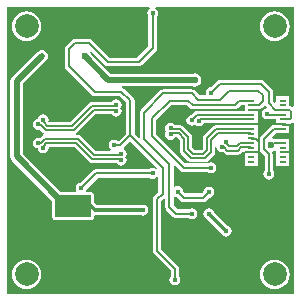
<source format=gtl>
G04*
G04 #@! TF.GenerationSoftware,Altium Limited,Altium Designer,19.1.1 (5)*
G04*
G04 Layer_Physical_Order=1*
G04 Layer_Color=255*
%FSLAX25Y25*%
%MOIN*%
G70*
G01*
G75*
%ADD12R,0.02480X0.00906*%
%ADD15C,0.01181*%
%ADD16C,0.00787*%
%ADD17C,0.00591*%
%ADD18C,0.01968*%
%ADD19C,0.07874*%
%ADD20C,0.01575*%
%ADD21C,0.02362*%
G36*
X48992Y96504D02*
X48611Y96249D01*
X48216Y95658D01*
X48077Y94961D01*
X48216Y94263D01*
X48478Y93870D01*
Y83943D01*
X44657Y80122D01*
X35628D01*
X29706Y86044D01*
X29245Y86352D01*
X28701Y86460D01*
X24134D01*
X23590Y86352D01*
X23129Y86044D01*
X21082Y83997D01*
X20774Y83536D01*
X20666Y82992D01*
Y77378D01*
X20774Y76834D01*
X21082Y76373D01*
X29633Y67822D01*
X30094Y67514D01*
X30638Y67406D01*
X38908D01*
X41028Y65285D01*
Y54809D01*
X38566Y52347D01*
X38208D01*
X37815Y52610D01*
X37117Y52748D01*
X36420Y52610D01*
X35829Y52215D01*
X35434Y51623D01*
X35295Y50926D01*
X35434Y50229D01*
X35829Y49637D01*
X35937Y49565D01*
X35785Y49065D01*
X30953D01*
X25927Y54091D01*
X25498Y54377D01*
X24993Y54478D01*
X24522D01*
X24370Y54978D01*
X24549Y55098D01*
X30859Y61408D01*
X36221D01*
X36462Y61046D01*
X37053Y60651D01*
X37751Y60512D01*
X38448Y60651D01*
X39040Y61046D01*
X39435Y61637D01*
X39573Y62334D01*
X39435Y63032D01*
X39177Y63417D01*
X39435Y63802D01*
X39573Y64500D01*
X39435Y65197D01*
X39040Y65788D01*
X38448Y66184D01*
X37751Y66322D01*
X37053Y66184D01*
X36462Y65788D01*
X36221Y65427D01*
X29741D01*
X29236Y65326D01*
X28808Y65040D01*
X22498Y58730D01*
X15508D01*
X15149Y59143D01*
X15201Y59401D01*
X15062Y60099D01*
X14667Y60690D01*
X14076Y61085D01*
X13378Y61224D01*
X12681Y61085D01*
X12090Y60690D01*
X11694Y60099D01*
X11604Y59644D01*
X11150Y59554D01*
X10559Y59159D01*
X10163Y58568D01*
X10025Y57870D01*
X10163Y57173D01*
X10559Y56581D01*
X11150Y56186D01*
X11847Y56048D01*
X12274Y56133D01*
X13309Y55098D01*
X13577Y54919D01*
X13485Y54391D01*
X13418Y54377D01*
X12989Y54091D01*
X12274Y53375D01*
X11847Y53460D01*
X11150Y53321D01*
X10559Y52926D01*
X10163Y52335D01*
X10025Y51638D01*
X10163Y50940D01*
X10559Y50349D01*
X11150Y49954D01*
X11604Y49864D01*
X11694Y49409D01*
X12090Y48818D01*
X12681Y48423D01*
X13378Y48284D01*
X14076Y48423D01*
X14667Y48818D01*
X15062Y49409D01*
X15201Y50107D01*
X15489Y50459D01*
X23875D01*
X28901Y45432D01*
X29330Y45146D01*
X29835Y45046D01*
X37899D01*
X38140Y44684D01*
X38732Y44289D01*
X39429Y44150D01*
X40126Y44289D01*
X40718Y44684D01*
X41113Y45275D01*
X41251Y45972D01*
X41113Y46670D01*
X40855Y47055D01*
X41113Y47440D01*
X41251Y48138D01*
X41113Y48835D01*
X40718Y49426D01*
X40509Y49566D01*
X40447Y50209D01*
X42449Y52211D01*
X51304Y43356D01*
X50985Y42968D01*
X50597Y43227D01*
X49899Y43366D01*
X49202Y43227D01*
X48809Y42964D01*
X30992D01*
X30992Y42964D01*
X30448Y42856D01*
X29987Y42548D01*
X25877Y38437D01*
X25413Y38345D01*
X24822Y37950D01*
X24427Y37359D01*
X24288Y36661D01*
X24427Y35964D01*
X24510Y35838D01*
X24275Y35397D01*
X19212D01*
X6572Y48037D01*
Y71388D01*
X14431Y79247D01*
X14869Y79903D01*
X15023Y80677D01*
X14869Y81451D01*
X14431Y82108D01*
X13774Y82546D01*
X13000Y82700D01*
X12226Y82546D01*
X11569Y82108D01*
X3119Y73657D01*
X2680Y73001D01*
X2526Y72226D01*
Y47199D01*
X2680Y46425D01*
X3119Y45768D01*
X16469Y32418D01*
Y27055D01*
X16546Y26665D01*
X16767Y26334D01*
X17098Y26113D01*
X17488Y26035D01*
X29457D01*
X29847Y26113D01*
X30178Y26334D01*
X30399Y26665D01*
X30476Y27055D01*
Y27526D01*
X30661Y27678D01*
X45793D01*
X45886Y27615D01*
X46583Y27477D01*
X47280Y27615D01*
X47872Y28011D01*
X48267Y28602D01*
X48405Y29299D01*
X48267Y29997D01*
X47872Y30588D01*
X47280Y30983D01*
X46583Y31122D01*
X45886Y30983D01*
X45793Y30921D01*
X31333D01*
X30476Y31778D01*
Y34378D01*
X30399Y34768D01*
X30178Y35099D01*
X29847Y35320D01*
X29457Y35397D01*
X27946D01*
X27710Y35838D01*
X27794Y35964D01*
X27886Y36428D01*
X31581Y40122D01*
X48809D01*
X49202Y39860D01*
X49899Y39721D01*
X50597Y39860D01*
X51188Y40255D01*
X51315Y40445D01*
X51815Y40293D01*
Y35400D01*
X50334Y33918D01*
X50026Y33457D01*
X49918Y32913D01*
Y15827D01*
X50026Y15283D01*
X50334Y14822D01*
X55921Y9235D01*
Y7201D01*
X55658Y6807D01*
X55519Y6110D01*
X55658Y5412D01*
X56053Y4821D01*
X56644Y4426D01*
X57342Y4287D01*
X58039Y4426D01*
X58630Y4821D01*
X59025Y5412D01*
X59164Y6110D01*
X59025Y6807D01*
X58763Y7201D01*
Y9824D01*
X58654Y10368D01*
X58346Y10829D01*
X52760Y16415D01*
Y32325D01*
X53637Y33202D01*
X54099Y33011D01*
Y30402D01*
X54207Y29858D01*
X54515Y29397D01*
X56798Y27113D01*
X57259Y26805D01*
X57803Y26697D01*
X61948D01*
X62342Y26434D01*
X63039Y26296D01*
X63736Y26434D01*
X64328Y26829D01*
X64723Y27421D01*
X64861Y28118D01*
X64723Y28815D01*
X64328Y29407D01*
X63736Y29802D01*
X63039Y29941D01*
X62342Y29802D01*
X61948Y29539D01*
X58392D01*
X56941Y30990D01*
Y33679D01*
X57382Y33915D01*
X57499Y33836D01*
X57963Y33744D01*
X59239Y32468D01*
X59700Y32160D01*
X60244Y32051D01*
X66819D01*
X67363Y32160D01*
X67824Y32468D01*
X68864Y33507D01*
X69327Y33600D01*
X69919Y33995D01*
X70314Y34586D01*
X70452Y35283D01*
X70314Y35981D01*
X69919Y36572D01*
X69327Y36967D01*
X68630Y37106D01*
X67932Y36967D01*
X67341Y36572D01*
X66946Y35981D01*
X66854Y35517D01*
X66230Y34893D01*
X60833D01*
X59973Y35753D01*
X59881Y36217D01*
X59486Y36808D01*
X58894Y37203D01*
X58197Y37342D01*
X57499Y37203D01*
X57382Y37125D01*
X56941Y37360D01*
Y44040D01*
X57441Y44247D01*
X59241Y42447D01*
X59702Y42138D01*
X60246Y42030D01*
X68255D01*
X68648Y41768D01*
X69345Y41629D01*
X70043Y41768D01*
X70634Y42163D01*
X71029Y42754D01*
X71168Y43451D01*
X71029Y44149D01*
X70634Y44740D01*
X70043Y45135D01*
X69345Y45274D01*
X68648Y45135D01*
X68255Y44872D01*
X60835D01*
X50996Y54712D01*
Y59301D01*
X56128Y64434D01*
X61177D01*
X62317Y63294D01*
X62778Y62986D01*
X63322Y62878D01*
X77251D01*
X77795Y62986D01*
X78256Y63294D01*
X79396Y64434D01*
X80543D01*
Y63083D01*
X80543Y62827D01*
X80482Y62352D01*
X64771D01*
X64266Y62251D01*
X63837Y61965D01*
X62904Y61032D01*
X62263Y60904D01*
X61672Y60509D01*
X61277Y59918D01*
X61138Y59221D01*
X61277Y58523D01*
X61672Y57932D01*
X62263Y57537D01*
X62961Y57398D01*
X63658Y57537D01*
X64009Y57771D01*
X64033Y57734D01*
X64625Y57339D01*
X65322Y57201D01*
X66019Y57339D01*
X66611Y57734D01*
X67006Y58326D01*
X67007Y58333D01*
X80120D01*
X80331Y57980D01*
X80120Y57628D01*
X70991D01*
X70486Y57527D01*
X70058Y57241D01*
X67033Y54217D01*
X66747Y53788D01*
X66647Y53283D01*
Y49774D01*
X66272Y49399D01*
X63888D01*
X63086Y50201D01*
Y53703D01*
X62986Y54208D01*
X62699Y54637D01*
X60095Y57241D01*
X59667Y57527D01*
X59161Y57628D01*
X57404D01*
X57163Y57990D01*
X56571Y58385D01*
X55874Y58523D01*
X55177Y58385D01*
X54585Y57990D01*
X54190Y57398D01*
X54052Y56701D01*
X54190Y56003D01*
X54448Y55618D01*
X54190Y55233D01*
X54052Y54536D01*
X54190Y53838D01*
X54585Y53247D01*
X55177Y52852D01*
X55874Y52713D01*
X56571Y52852D01*
X57163Y53247D01*
X57404Y53609D01*
X58043D01*
X59067Y52585D01*
Y49083D01*
X59167Y48578D01*
X59454Y48149D01*
X61836Y45767D01*
X62264Y45481D01*
X62770Y45380D01*
X67390D01*
X67895Y45481D01*
X68323Y45767D01*
X70279Y47723D01*
X70565Y48151D01*
X70666Y48656D01*
Y50337D01*
X71166Y50387D01*
X71285Y49787D01*
X71680Y49196D01*
X72272Y48801D01*
X72969Y48662D01*
X73396Y48747D01*
X73900Y48242D01*
X74329Y47956D01*
X74834Y47856D01*
X78461D01*
X78967Y47956D01*
X79395Y48242D01*
X79990Y48837D01*
X80494Y48782D01*
X80543Y48410D01*
X80543Y48154D01*
Y43929D01*
X85023D01*
Y48154D01*
X85023Y48410D01*
X85023Y48910D01*
Y53134D01*
X85023D01*
Y53378D01*
X85023D01*
Y57602D01*
X85023Y57859D01*
X85023Y58359D01*
X85023Y62432D01*
X85158Y62694D01*
X85396Y62889D01*
X85787Y62967D01*
X86248Y63275D01*
X87028Y64054D01*
X87447Y64013D01*
X87595Y63915D01*
X87867Y63643D01*
X87703Y63100D01*
X87428Y63046D01*
X86836Y62650D01*
X86441Y62059D01*
X86303Y61362D01*
X86441Y60664D01*
X86836Y60073D01*
X87428Y59678D01*
X88125Y59539D01*
X88823Y59678D01*
X88868Y59709D01*
X90977D01*
Y58359D01*
X90977Y58102D01*
X90676Y57726D01*
X90363D01*
X89857Y57626D01*
X89429Y57340D01*
X85984Y53895D01*
X85698Y53467D01*
X85597Y52961D01*
Y49549D01*
X85698Y49044D01*
X85984Y48616D01*
X87249Y47350D01*
Y42588D01*
X86887Y42044D01*
X86748Y41347D01*
X86887Y40649D01*
X87282Y40058D01*
X87873Y39663D01*
X88570Y39524D01*
X89268Y39663D01*
X89859Y40058D01*
X90254Y40649D01*
X90393Y41347D01*
X90254Y42044D01*
X89891Y42588D01*
Y47897D01*
X89790Y48403D01*
X89788Y48407D01*
X90018Y48963D01*
X90347Y49028D01*
X90536Y49155D01*
X90977Y48919D01*
X90977Y48654D01*
X90977Y48154D01*
Y43929D01*
X95457D01*
Y48154D01*
X95457Y48410D01*
X95457Y48910D01*
Y53134D01*
X90977D01*
Y53102D01*
X90520D01*
X90427Y53083D01*
X90347Y53137D01*
X89781Y53250D01*
X89617Y53792D01*
X90565Y54741D01*
X90977Y54953D01*
X95457D01*
X95457Y57699D01*
X95560Y57945D01*
X95828Y58171D01*
X96182Y58242D01*
X96504Y58457D01*
X97004Y58259D01*
Y1421D01*
X1421D01*
Y97004D01*
X48840D01*
X48992Y96504D01*
D02*
G37*
G36*
X97004Y63911D02*
X96504Y63762D01*
X96123Y64017D01*
X95579Y64126D01*
X95457D01*
Y67308D01*
X90977D01*
Y65206D01*
X90515Y65014D01*
X89991Y65538D01*
Y68682D01*
X89883Y69226D01*
X89575Y69687D01*
X86869Y72393D01*
X86408Y72701D01*
X85864Y72809D01*
X72325D01*
X71781Y72701D01*
X71320Y72393D01*
X69222Y70295D01*
X68759Y70203D01*
X68168Y69808D01*
X67772Y69217D01*
X67634Y68520D01*
X67730Y68034D01*
X67409Y67534D01*
X65554D01*
X63887Y69202D01*
X63426Y69510D01*
X62882Y69618D01*
X53512D01*
X52968Y69510D01*
X52507Y69202D01*
X46129Y62824D01*
X45821Y62363D01*
X45713Y61819D01*
Y53673D01*
X45213Y53466D01*
X43870Y54809D01*
Y65874D01*
X43762Y66418D01*
X43454Y66879D01*
X40501Y69832D01*
X40040Y70140D01*
X39789Y70189D01*
X39838Y70689D01*
X62976D01*
X63023Y70658D01*
X63874Y70489D01*
X64725Y70658D01*
X65447Y71140D01*
X65929Y71862D01*
X66098Y72713D01*
X65929Y73564D01*
X65447Y74285D01*
X64725Y74767D01*
X63874Y74936D01*
X63023Y74767D01*
X62976Y74736D01*
X36033D01*
X29384Y81384D01*
X29373Y81440D01*
X28950Y82074D01*
X29338Y82392D01*
X34035Y77696D01*
X34496Y77388D01*
X35039Y77280D01*
X45246D01*
X45790Y77388D01*
X46251Y77696D01*
X50904Y82349D01*
X51212Y82810D01*
X51320Y83354D01*
Y93870D01*
X51583Y94263D01*
X51722Y94961D01*
X51583Y95658D01*
X51188Y96249D01*
X50806Y96504D01*
X50958Y97004D01*
X97004D01*
Y63911D01*
D02*
G37*
G36*
X29457Y27055D02*
X17488D01*
Y34378D01*
X29457D01*
Y27055D01*
D02*
G37*
%LPC*%
G36*
X7874Y95531D02*
X6585Y95361D01*
X5384Y94864D01*
X4353Y94072D01*
X3562Y93041D01*
X3064Y91840D01*
X2894Y90551D01*
X3064Y89262D01*
X3562Y88061D01*
X4353Y87030D01*
X5384Y86239D01*
X6585Y85741D01*
X7874Y85572D01*
X9163Y85741D01*
X10364Y86239D01*
X11395Y87030D01*
X12186Y88061D01*
X12684Y89262D01*
X12854Y90551D01*
X12684Y91840D01*
X12186Y93041D01*
X11395Y94072D01*
X10364Y94864D01*
X9163Y95361D01*
X7874Y95531D01*
D02*
G37*
G36*
X68630Y29941D02*
X67932Y29802D01*
X67341Y29407D01*
X66946Y28815D01*
X66808Y28118D01*
X66946Y27421D01*
X67341Y26829D01*
X67932Y26434D01*
X68042Y26413D01*
X72709Y21746D01*
X72730Y21641D01*
X73125Y21050D01*
X73716Y20655D01*
X74413Y20516D01*
X75111Y20655D01*
X75702Y21050D01*
X76097Y21641D01*
X76236Y22338D01*
X76097Y23036D01*
X75702Y23627D01*
X75111Y24022D01*
X74997Y24045D01*
X70335Y28706D01*
X70314Y28815D01*
X69919Y29407D01*
X69327Y29802D01*
X68630Y29941D01*
D02*
G37*
G36*
X90551Y12854D02*
X89262Y12684D01*
X88061Y12186D01*
X87030Y11395D01*
X86239Y10364D01*
X85741Y9163D01*
X85572Y7874D01*
X85741Y6585D01*
X86239Y5384D01*
X87030Y4353D01*
X88061Y3562D01*
X89262Y3064D01*
X90551Y2894D01*
X91840Y3064D01*
X93041Y3562D01*
X94072Y4353D01*
X94864Y5384D01*
X95361Y6585D01*
X95531Y7874D01*
X95361Y9163D01*
X94864Y10364D01*
X94072Y11395D01*
X93041Y12186D01*
X91840Y12684D01*
X90551Y12854D01*
D02*
G37*
G36*
X7874D02*
X6585Y12684D01*
X5384Y12186D01*
X4353Y11395D01*
X3562Y10364D01*
X3064Y9163D01*
X2894Y7874D01*
X3064Y6585D01*
X3562Y5384D01*
X4353Y4353D01*
X5384Y3562D01*
X6585Y3064D01*
X7874Y2894D01*
X9163Y3064D01*
X10364Y3562D01*
X11395Y4353D01*
X12186Y5384D01*
X12684Y6585D01*
X12854Y7874D01*
X12684Y9163D01*
X12186Y10364D01*
X11395Y11395D01*
X10364Y12186D01*
X9163Y12684D01*
X7874Y12854D01*
D02*
G37*
G36*
X90551Y95531D02*
X89262Y95361D01*
X88061Y94864D01*
X87030Y94072D01*
X86239Y93041D01*
X85741Y91840D01*
X85572Y90551D01*
X85741Y89262D01*
X86239Y88061D01*
X87030Y87030D01*
X88061Y86239D01*
X89262Y85741D01*
X90551Y85572D01*
X91840Y85741D01*
X93041Y86239D01*
X94072Y87030D01*
X94864Y88061D01*
X95361Y89262D01*
X95531Y90551D01*
X95361Y91840D01*
X94864Y93041D01*
X94072Y94072D01*
X93041Y94864D01*
X91840Y95361D01*
X90551Y95531D01*
D02*
G37*
%LPD*%
D12*
X93217Y43807D02*
D03*
X82783D02*
D03*
X93217Y45382D02*
D03*
X82783D02*
D03*
X93217Y46957D02*
D03*
X82783D02*
D03*
X93217Y48532D02*
D03*
X82783D02*
D03*
X93217Y50107D02*
D03*
X82783D02*
D03*
X93217Y51681D02*
D03*
X82783D02*
D03*
X93217Y53256D02*
D03*
X82783D02*
D03*
X93217Y54831D02*
D03*
X82783D02*
D03*
X93217Y56406D02*
D03*
X82783D02*
D03*
X93217Y57981D02*
D03*
X82783D02*
D03*
X93217Y59555D02*
D03*
X82783D02*
D03*
X93217Y61130D02*
D03*
X82783D02*
D03*
X93217Y62705D02*
D03*
X82783D02*
D03*
X93217Y64280D02*
D03*
X82783D02*
D03*
X93217Y65855D02*
D03*
X82783D02*
D03*
D15*
X68630Y28118D02*
X74444Y22304D01*
X27669Y32291D02*
X30661Y29299D01*
X46583D01*
D16*
X88570Y64950D02*
Y68682D01*
X85864Y71388D02*
X88570Y68682D01*
X72325Y71388D02*
X85864D01*
X69456Y68520D02*
X72325Y71388D01*
X77251Y64299D02*
X78807Y65855D01*
X63322Y64299D02*
X77251D01*
X61765Y65855D02*
X63322Y64299D01*
X72215Y66113D02*
X75205Y69102D01*
X64966Y66113D02*
X72215D01*
X62882Y68197D02*
X64966Y66113D01*
X39154Y50926D02*
X42449Y54220D01*
X37117Y50926D02*
X39154D01*
X89496Y51083D02*
X89922D01*
X90520Y51681D01*
X93217D01*
X45246Y78701D02*
X49899Y83354D01*
Y94961D01*
X35039Y78701D02*
X45246D01*
X28701Y85039D02*
X35039Y78701D01*
X24134Y85039D02*
X28701D01*
X22087Y82992D02*
X24134Y85039D01*
X22087Y77378D02*
Y82992D01*
Y77378D02*
X30638Y68827D01*
X57342Y6110D02*
Y9824D01*
X51339Y15827D02*
X57342Y9824D01*
X51339Y15827D02*
Y32913D01*
X55843Y54505D02*
X56025Y54686D01*
X49575Y54123D02*
X60246Y43451D01*
X69345D01*
X49575Y54123D02*
Y59890D01*
X55540Y65855D01*
X61765D01*
X82782Y50106D02*
X82783Y50107D01*
X39278Y47987D02*
X39429Y48138D01*
X39278Y46123D02*
X39429Y45972D01*
X30992Y41543D02*
X49899D01*
X26110Y36661D02*
X30992Y41543D01*
X51339Y32913D02*
X53236Y34811D01*
Y43433D01*
X42449Y54220D02*
X53236Y43433D01*
X55520Y30402D02*
Y44722D01*
X47134Y53108D02*
X55520Y44722D01*
X47134Y53108D02*
Y61819D01*
X42449Y54220D02*
Y65874D01*
X39496Y68827D02*
X42449Y65874D01*
X30638Y68827D02*
X39496D01*
X57803Y28118D02*
X63039D01*
X55520Y30402D02*
X57803Y28118D01*
X47134Y61819D02*
X53512Y68197D01*
X62882D01*
X78807Y65855D02*
X82783D01*
X75205Y69102D02*
X85047D01*
X86583Y67567D01*
Y65619D02*
Y67567D01*
X85244Y64280D02*
X86583Y65619D01*
X82783Y64280D02*
X85244D01*
X88570Y64950D02*
X90796Y62724D01*
X93198D01*
X93217Y62705D01*
X95579D02*
X96099Y62184D01*
X93217Y62705D02*
X95579D01*
X96099Y60016D02*
Y62184D01*
X95638Y59555D02*
X96099Y60016D01*
X93217Y59555D02*
X95638D01*
X88125Y61362D02*
X88338D01*
X88570Y61130D01*
X93217D01*
X66819Y33472D02*
X68630Y35283D01*
X60244Y33472D02*
X66819D01*
X58197Y35520D02*
X60244Y33472D01*
D17*
X96025Y54123D02*
Y57148D01*
Y49896D02*
Y52450D01*
Y49896D02*
X96039Y49882D01*
Y49393D02*
Y49882D01*
X95336Y48689D02*
X96039Y49393D01*
X93375Y48689D02*
X95336D01*
X93217Y48532D02*
X93375Y48689D01*
X82783Y48532D02*
X85050D01*
X85396Y48878D01*
Y52183D01*
X84481Y53098D02*
X85396Y52183D01*
X82941Y53098D02*
X84481D01*
X82783Y53256D02*
X82941Y53098D01*
X88570Y41347D02*
Y47897D01*
X86918Y49549D02*
X88570Y47897D01*
X86918Y49549D02*
Y52961D01*
X90363Y56406D01*
X93217D01*
X74500Y52016D02*
X74688Y51827D01*
Y51271D02*
X75405Y50554D01*
X74688Y51271D02*
Y51827D01*
X87604Y57981D02*
X93217D01*
X82783D02*
X87604D01*
X78461Y57945D02*
X78932D01*
X78968Y57981D01*
X82783D01*
X65668Y59653D02*
X82684D01*
X64771Y61031D02*
X82684D01*
X62961Y59221D02*
X64771Y61031D01*
X65668Y59635D02*
Y59653D01*
X65322Y59289D02*
X65668Y59635D01*
X70991Y56307D02*
X82684D01*
X71562Y54929D02*
X82684D01*
X69345Y52712D02*
X71562Y54929D01*
X67967Y53283D02*
X70991Y56307D01*
X75017Y45972D02*
X78093D01*
X80652Y48532D01*
X82783D01*
X95343Y57830D02*
X96025Y57148D01*
X93368Y57830D02*
X95343D01*
X93217Y57981D02*
X93368Y57830D01*
X85877Y59708D02*
X87604Y57981D01*
X85877Y59708D02*
Y62087D01*
X85260Y62705D02*
X85877Y62087D01*
X82783Y62705D02*
X85260D01*
X30312Y62728D02*
X37091D01*
X23616Y56032D02*
X30312Y62728D01*
X12035Y57682D02*
X12592D01*
X11847Y57870D02*
X12035Y57682D01*
X14243Y56032D02*
X23616D01*
X12592Y57682D02*
X14243Y56032D01*
X29741Y64106D02*
X37091D01*
X23045Y57410D02*
X29741Y64106D01*
X13378Y59401D02*
X13567Y59213D01*
Y58656D02*
Y59213D01*
X14813Y57410D02*
X23045D01*
X13567Y58656D02*
X14813Y57410D01*
X82684Y54929D02*
X82783Y54831D01*
X58590Y54929D02*
X60387Y53132D01*
X69345Y48656D02*
Y52712D01*
X67390Y46701D02*
X69345Y48656D01*
X62770Y46701D02*
X67390D01*
X60387Y49083D02*
Y53132D01*
Y49083D02*
X62770Y46701D01*
X56534Y54929D02*
X58590D01*
X82684Y56307D02*
X82783Y56406D01*
X59161Y56307D02*
X61765Y53703D01*
X67967Y49227D02*
Y53283D01*
X66819Y48079D02*
X67967Y49227D01*
X63341Y48079D02*
X66819D01*
X61765Y49654D02*
Y53703D01*
Y49654D02*
X63341Y48079D01*
X56534Y56307D02*
X59161D01*
X82684Y59653D02*
X82783Y59555D01*
X82684Y61031D02*
X82783Y61130D01*
X82685Y50205D02*
X82783Y50107D01*
X79490Y50205D02*
X82685D01*
X78461Y49176D02*
X79490Y50205D01*
X74834Y49176D02*
X78461D01*
X73714Y50296D02*
X74834Y49176D01*
X73157Y50296D02*
X73714D01*
X72969Y50485D02*
X73157Y50296D01*
X82685Y51583D02*
X82783Y51681D01*
X78919Y51583D02*
X82685D01*
X77891Y50554D02*
X78919Y51583D01*
X75405Y50554D02*
X77891D01*
X39163Y48138D02*
X39429D01*
X38769Y47744D02*
X39163Y48138D01*
X30406Y47744D02*
X38769D01*
X24993Y53157D02*
X30406Y47744D01*
X39163Y45972D02*
X39429D01*
X38769Y46366D02*
X39163Y45972D01*
X24422Y51779D02*
X29835Y46366D01*
X38769D01*
X14494Y51779D02*
X24422D01*
X13567Y50852D02*
X14494Y51779D01*
X13567Y50295D02*
Y50852D01*
X13378Y50107D02*
X13567Y50295D01*
X13923Y53157D02*
X24993D01*
X12592Y51826D02*
X13923Y53157D01*
X12035Y51826D02*
X12592D01*
X11847Y51638D02*
X12035Y51826D01*
X65322Y59023D02*
Y59289D01*
D18*
X4549Y72226D02*
X13000Y80677D01*
X4549Y47199D02*
Y72226D01*
Y47199D02*
X19457Y32291D01*
X35195Y72713D02*
X63874D01*
X27319Y80589D02*
X35195Y72713D01*
D19*
X90551Y7874D02*
D03*
Y90551D02*
D03*
X7874Y7874D02*
D03*
Y90551D02*
D03*
D20*
X45500Y24099D02*
D03*
X24045Y70689D02*
D03*
X17488D02*
D03*
X10025D02*
D03*
X44257Y69102D02*
D03*
X49575D02*
D03*
X80652Y74285D02*
D03*
X75111D02*
D03*
X63023Y23412D02*
D03*
X78784Y38943D02*
D03*
X80346Y30118D02*
D03*
X82877Y8906D02*
D03*
Y4319D02*
D03*
X6535Y18294D02*
D03*
Y23412D02*
D03*
Y28568D02*
D03*
X33795Y11396D02*
D03*
X38913D02*
D03*
X44069D02*
D03*
X17917Y10758D02*
D03*
X23035D02*
D03*
X28191D02*
D03*
X33983Y5984D02*
D03*
X39101D02*
D03*
X44257D02*
D03*
X17943D02*
D03*
X23061D02*
D03*
X28217D02*
D03*
X17943Y88917D02*
D03*
X23061D02*
D03*
X28217D02*
D03*
Y92657D02*
D03*
X23061D02*
D03*
X17943D02*
D03*
X74500Y52016D02*
D03*
X75017Y45972D02*
D03*
X96025Y54123D02*
D03*
X33772Y59289D02*
D03*
X56741Y51638D02*
D03*
X37117Y50926D02*
D03*
X9055Y54831D02*
D03*
X49899Y94961D02*
D03*
X46583Y29299D02*
D03*
X88570Y41347D02*
D03*
X11847Y57870D02*
D03*
X13378Y59401D02*
D03*
X55874Y56701D02*
D03*
Y54536D02*
D03*
X72969Y50485D02*
D03*
X39429Y48138D02*
D03*
Y45972D02*
D03*
X11847Y51638D02*
D03*
X13378Y50107D02*
D03*
X37751Y64500D02*
D03*
Y62334D02*
D03*
X26110Y36661D02*
D03*
X57342Y6110D02*
D03*
X13000Y80677D02*
D03*
X74413Y22338D02*
D03*
X68630Y28118D02*
D03*
X63039D02*
D03*
X69345Y43451D02*
D03*
X69456Y68520D02*
D03*
X88125Y61362D02*
D03*
X49899Y41543D02*
D03*
X68630Y35283D02*
D03*
X58197Y35520D02*
D03*
X65322Y59023D02*
D03*
X62961Y59221D02*
D03*
D21*
X17488Y64733D02*
D03*
X94357Y80589D02*
D03*
X84638Y82992D02*
D03*
X36483Y33322D02*
D03*
X36453Y37655D02*
D03*
X24045Y40067D02*
D03*
X20335Y40892D02*
D03*
X89496Y51083D02*
D03*
X63874Y72713D02*
D03*
X27319Y80589D02*
D03*
X27669Y28709D02*
D03*
Y32291D02*
D03*
X19535Y28709D02*
D03*
X19457Y32291D02*
D03*
M02*

</source>
